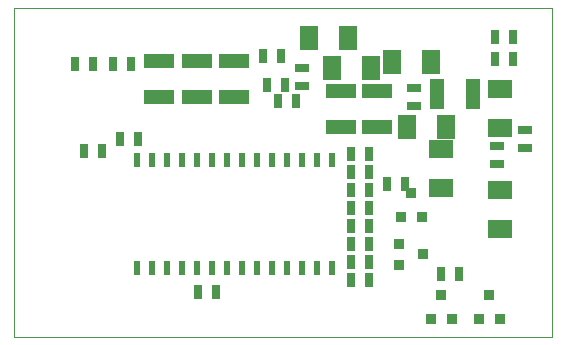
<source format=gtp>
G04 (created by PCBNEW-RS274X (2010-05-05 BZR 2356)-stable) date Fri 25 Feb 2011 10:53:11 AM CET*
G01*
G70*
G90*
%MOIN*%
G04 Gerber Fmt 3.4, Leading zero omitted, Abs format*
%FSLAX34Y34*%
G04 APERTURE LIST*
%ADD10C,0.006000*%
%ADD11C,0.001000*%
%ADD12R,0.025000X0.045000*%
%ADD13R,0.045000X0.025000*%
%ADD14R,0.100000X0.050000*%
%ADD15R,0.050000X0.100000*%
%ADD16R,0.020000X0.050000*%
%ADD17R,0.036000X0.036000*%
%ADD18R,0.080000X0.060000*%
%ADD19R,0.060000X0.080000*%
G04 APERTURE END LIST*
G54D10*
G54D11*
X16650Y-21650D02*
X34600Y-21650D01*
X16650Y-32600D02*
X16650Y-21650D01*
X34600Y-32600D02*
X16650Y-32600D01*
X34600Y-21650D02*
X34600Y-32600D01*
G54D12*
X23400Y-31100D03*
X22800Y-31100D03*
X27900Y-30100D03*
X28500Y-30100D03*
X27900Y-30700D03*
X28500Y-30700D03*
X28500Y-28300D03*
X27900Y-28300D03*
X28500Y-28900D03*
X27900Y-28900D03*
G54D13*
X30000Y-24900D03*
X30000Y-24300D03*
G54D12*
X20550Y-23500D03*
X19950Y-23500D03*
X19300Y-23500D03*
X18700Y-23500D03*
X25550Y-23250D03*
X24950Y-23250D03*
X25450Y-24750D03*
X26050Y-24750D03*
X25100Y-24200D03*
X25700Y-24200D03*
X30900Y-30500D03*
X31500Y-30500D03*
G54D13*
X26250Y-23650D03*
X26250Y-24250D03*
X32750Y-26850D03*
X32750Y-26250D03*
G54D12*
X19600Y-26400D03*
X19000Y-26400D03*
G54D14*
X21500Y-23400D03*
X21500Y-24600D03*
X28750Y-24400D03*
X28750Y-25600D03*
X27550Y-24400D03*
X27550Y-25600D03*
G54D15*
X30750Y-24500D03*
X31950Y-24500D03*
G54D14*
X22750Y-23400D03*
X22750Y-24600D03*
X24000Y-23400D03*
X24000Y-24600D03*
G54D16*
X27250Y-26700D03*
X26750Y-26700D03*
X26250Y-26700D03*
X25750Y-26700D03*
X25250Y-26700D03*
X24750Y-26700D03*
X24250Y-26700D03*
X23750Y-26700D03*
X23250Y-26700D03*
X22750Y-26700D03*
X22250Y-26700D03*
X21750Y-26700D03*
X21250Y-26700D03*
X20750Y-26700D03*
X20750Y-30300D03*
X21250Y-30300D03*
X21750Y-30300D03*
X22250Y-30300D03*
X22750Y-30300D03*
X23250Y-30300D03*
X23750Y-30300D03*
X24250Y-30300D03*
X24750Y-30300D03*
X25250Y-30300D03*
X25750Y-30300D03*
X26250Y-30300D03*
X26750Y-30300D03*
X27250Y-30300D03*
G54D17*
X31250Y-32000D03*
X30550Y-32000D03*
X30900Y-31200D03*
X32850Y-32000D03*
X32150Y-32000D03*
X32500Y-31200D03*
G54D12*
X20200Y-26000D03*
X20800Y-26000D03*
G54D18*
X32850Y-29000D03*
X32850Y-27700D03*
G54D17*
X29500Y-30200D03*
X29500Y-29500D03*
X30300Y-29850D03*
G54D19*
X29250Y-23450D03*
X30550Y-23450D03*
X27250Y-23650D03*
X28550Y-23650D03*
X26500Y-22650D03*
X27800Y-22650D03*
G54D18*
X30900Y-27650D03*
X30900Y-26350D03*
X32850Y-24350D03*
X32850Y-25650D03*
G54D12*
X27900Y-27100D03*
X28500Y-27100D03*
X27900Y-29500D03*
X28500Y-29500D03*
X27900Y-27700D03*
X28500Y-27700D03*
X27900Y-26500D03*
X28500Y-26500D03*
G54D13*
X33700Y-26300D03*
X33700Y-25700D03*
G54D12*
X29100Y-27500D03*
X29700Y-27500D03*
X33300Y-23350D03*
X32700Y-23350D03*
X32700Y-22600D03*
X33300Y-22600D03*
G54D19*
X29750Y-25600D03*
X31050Y-25600D03*
G54D17*
X30250Y-28600D03*
X29550Y-28600D03*
X29900Y-27800D03*
M02*

</source>
